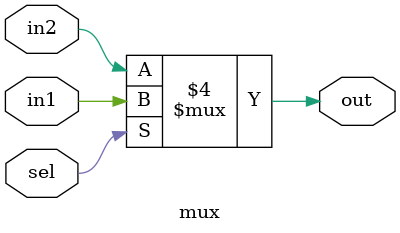
<source format=v>
`timescale 1ns / 1ps
module mux(
	input wire in1,
	input wire in2,
	input wire sel,
	output reg out
    );
	 
	always@(sel,in1,in2) begin
		if(sel==1'b1)
		out=in1;
		else
		out=in2;
	end


endmodule

</source>
